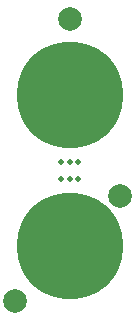
<source format=gbr>
%TF.GenerationSoftware,KiCad,Pcbnew,9.0.2*%
%TF.CreationDate,2025-07-17T19:08:18+01:00*%
%TF.ProjectId,led_jewellery,6c65645f-6a65-4776-956c-6c6572792e6b,rev?*%
%TF.SameCoordinates,Original*%
%TF.FileFunction,Soldermask,Bot*%
%TF.FilePolarity,Negative*%
%FSLAX46Y46*%
G04 Gerber Fmt 4.6, Leading zero omitted, Abs format (unit mm)*
G04 Created by KiCad (PCBNEW 9.0.2) date 2025-07-17 19:08:18*
%MOMM*%
%LPD*%
G01*
G04 APERTURE LIST*
%ADD10C,9.000000*%
%ADD11C,0.500000*%
%ADD12C,2.000000*%
G04 APERTURE END LIST*
D10*
%TO.C,J1*%
X124500000Y-84800000D03*
%TD*%
%TO.C,J2*%
X124500000Y-72000000D03*
%TD*%
D11*
%TO.C,mouse-bite-2mm-slot*%
X123750000Y-77650000D03*
X123750000Y-79150000D03*
X124500000Y-77650000D03*
X124500000Y-79150000D03*
X125250000Y-77650000D03*
X125250000Y-79150000D03*
%TD*%
D12*
X119886836Y-89413165D03*
X124500000Y-65573000D03*
X128742641Y-80557360D03*
M02*

</source>
